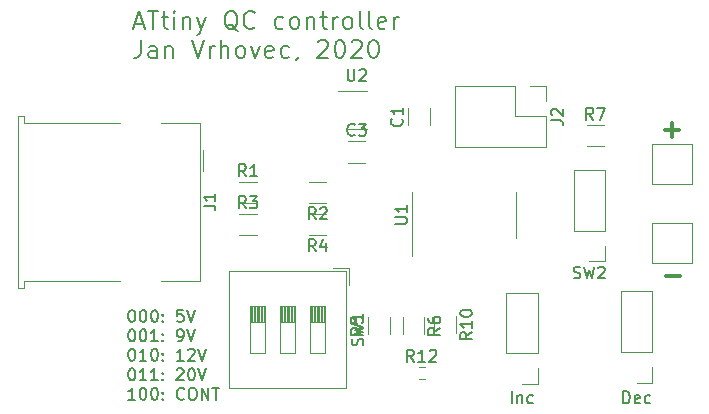
<source format=gbr>
G04 #@! TF.GenerationSoftware,KiCad,Pcbnew,5.1.9*
G04 #@! TF.CreationDate,2020-12-27T16:23:41+01:00*
G04 #@! TF.ProjectId,qc_attiny,71635f61-7474-4696-9e79-2e6b69636164,rev?*
G04 #@! TF.SameCoordinates,Original*
G04 #@! TF.FileFunction,Legend,Top*
G04 #@! TF.FilePolarity,Positive*
%FSLAX46Y46*%
G04 Gerber Fmt 4.6, Leading zero omitted, Abs format (unit mm)*
G04 Created by KiCad (PCBNEW 5.1.9) date 2020-12-27 16:23:41*
%MOMM*%
%LPD*%
G01*
G04 APERTURE LIST*
%ADD10C,0.150000*%
%ADD11C,0.300000*%
%ADD12C,0.200000*%
%ADD13C,0.120000*%
G04 APERTURE END LIST*
D10*
X154980952Y-124552380D02*
X154980952Y-123552380D01*
X155219047Y-123552380D01*
X155361904Y-123600000D01*
X155457142Y-123695238D01*
X155504761Y-123790476D01*
X155552380Y-123980952D01*
X155552380Y-124123809D01*
X155504761Y-124314285D01*
X155457142Y-124409523D01*
X155361904Y-124504761D01*
X155219047Y-124552380D01*
X154980952Y-124552380D01*
X156361904Y-124504761D02*
X156266666Y-124552380D01*
X156076190Y-124552380D01*
X155980952Y-124504761D01*
X155933333Y-124409523D01*
X155933333Y-124028571D01*
X155980952Y-123933333D01*
X156076190Y-123885714D01*
X156266666Y-123885714D01*
X156361904Y-123933333D01*
X156409523Y-124028571D01*
X156409523Y-124123809D01*
X155933333Y-124219047D01*
X157266666Y-124504761D02*
X157171428Y-124552380D01*
X156980952Y-124552380D01*
X156885714Y-124504761D01*
X156838095Y-124457142D01*
X156790476Y-124361904D01*
X156790476Y-124076190D01*
X156838095Y-123980952D01*
X156885714Y-123933333D01*
X156980952Y-123885714D01*
X157171428Y-123885714D01*
X157266666Y-123933333D01*
X145519047Y-124552380D02*
X145519047Y-123552380D01*
X145995238Y-123885714D02*
X145995238Y-124552380D01*
X145995238Y-123980952D02*
X146042857Y-123933333D01*
X146138095Y-123885714D01*
X146280952Y-123885714D01*
X146376190Y-123933333D01*
X146423809Y-124028571D01*
X146423809Y-124552380D01*
X147328571Y-124504761D02*
X147233333Y-124552380D01*
X147042857Y-124552380D01*
X146947619Y-124504761D01*
X146900000Y-124457142D01*
X146852380Y-124361904D01*
X146852380Y-124076190D01*
X146900000Y-123980952D01*
X146947619Y-123933333D01*
X147042857Y-123885714D01*
X147233333Y-123885714D01*
X147328571Y-123933333D01*
D11*
X158628571Y-113807142D02*
X159771428Y-113807142D01*
X158528571Y-101407142D02*
X159671428Y-101407142D01*
X159100000Y-101978571D02*
X159100000Y-100835714D01*
D12*
X113615714Y-92425000D02*
X114330000Y-92425000D01*
X113472857Y-92853571D02*
X113972857Y-91353571D01*
X114472857Y-92853571D01*
X114758571Y-91353571D02*
X115615714Y-91353571D01*
X115187142Y-92853571D02*
X115187142Y-91353571D01*
X115901428Y-91853571D02*
X116472857Y-91853571D01*
X116115714Y-91353571D02*
X116115714Y-92639285D01*
X116187142Y-92782142D01*
X116330000Y-92853571D01*
X116472857Y-92853571D01*
X116972857Y-92853571D02*
X116972857Y-91853571D01*
X116972857Y-91353571D02*
X116901428Y-91425000D01*
X116972857Y-91496428D01*
X117044285Y-91425000D01*
X116972857Y-91353571D01*
X116972857Y-91496428D01*
X117687142Y-91853571D02*
X117687142Y-92853571D01*
X117687142Y-91996428D02*
X117758571Y-91925000D01*
X117901428Y-91853571D01*
X118115714Y-91853571D01*
X118258571Y-91925000D01*
X118330000Y-92067857D01*
X118330000Y-92853571D01*
X118901428Y-91853571D02*
X119258571Y-92853571D01*
X119615714Y-91853571D02*
X119258571Y-92853571D01*
X119115714Y-93210714D01*
X119044285Y-93282142D01*
X118901428Y-93353571D01*
X122330000Y-92996428D02*
X122187142Y-92925000D01*
X122044285Y-92782142D01*
X121830000Y-92567857D01*
X121687142Y-92496428D01*
X121544285Y-92496428D01*
X121615714Y-92853571D02*
X121472857Y-92782142D01*
X121330000Y-92639285D01*
X121258571Y-92353571D01*
X121258571Y-91853571D01*
X121330000Y-91567857D01*
X121472857Y-91425000D01*
X121615714Y-91353571D01*
X121901428Y-91353571D01*
X122044285Y-91425000D01*
X122187142Y-91567857D01*
X122258571Y-91853571D01*
X122258571Y-92353571D01*
X122187142Y-92639285D01*
X122044285Y-92782142D01*
X121901428Y-92853571D01*
X121615714Y-92853571D01*
X123758571Y-92710714D02*
X123687142Y-92782142D01*
X123472857Y-92853571D01*
X123330000Y-92853571D01*
X123115714Y-92782142D01*
X122972857Y-92639285D01*
X122901428Y-92496428D01*
X122830000Y-92210714D01*
X122830000Y-91996428D01*
X122901428Y-91710714D01*
X122972857Y-91567857D01*
X123115714Y-91425000D01*
X123330000Y-91353571D01*
X123472857Y-91353571D01*
X123687142Y-91425000D01*
X123758571Y-91496428D01*
X126187142Y-92782142D02*
X126044285Y-92853571D01*
X125758571Y-92853571D01*
X125615714Y-92782142D01*
X125544285Y-92710714D01*
X125472857Y-92567857D01*
X125472857Y-92139285D01*
X125544285Y-91996428D01*
X125615714Y-91925000D01*
X125758571Y-91853571D01*
X126044285Y-91853571D01*
X126187142Y-91925000D01*
X127044285Y-92853571D02*
X126901428Y-92782142D01*
X126830000Y-92710714D01*
X126758571Y-92567857D01*
X126758571Y-92139285D01*
X126830000Y-91996428D01*
X126901428Y-91925000D01*
X127044285Y-91853571D01*
X127258571Y-91853571D01*
X127401428Y-91925000D01*
X127472857Y-91996428D01*
X127544285Y-92139285D01*
X127544285Y-92567857D01*
X127472857Y-92710714D01*
X127401428Y-92782142D01*
X127258571Y-92853571D01*
X127044285Y-92853571D01*
X128187142Y-91853571D02*
X128187142Y-92853571D01*
X128187142Y-91996428D02*
X128258571Y-91925000D01*
X128401428Y-91853571D01*
X128615714Y-91853571D01*
X128758571Y-91925000D01*
X128830000Y-92067857D01*
X128830000Y-92853571D01*
X129330000Y-91853571D02*
X129901428Y-91853571D01*
X129544285Y-91353571D02*
X129544285Y-92639285D01*
X129615714Y-92782142D01*
X129758571Y-92853571D01*
X129901428Y-92853571D01*
X130401428Y-92853571D02*
X130401428Y-91853571D01*
X130401428Y-92139285D02*
X130472857Y-91996428D01*
X130544285Y-91925000D01*
X130687142Y-91853571D01*
X130830000Y-91853571D01*
X131544285Y-92853571D02*
X131401428Y-92782142D01*
X131330000Y-92710714D01*
X131258571Y-92567857D01*
X131258571Y-92139285D01*
X131330000Y-91996428D01*
X131401428Y-91925000D01*
X131544285Y-91853571D01*
X131758571Y-91853571D01*
X131901428Y-91925000D01*
X131972857Y-91996428D01*
X132044285Y-92139285D01*
X132044285Y-92567857D01*
X131972857Y-92710714D01*
X131901428Y-92782142D01*
X131758571Y-92853571D01*
X131544285Y-92853571D01*
X132901428Y-92853571D02*
X132758571Y-92782142D01*
X132687142Y-92639285D01*
X132687142Y-91353571D01*
X133687142Y-92853571D02*
X133544285Y-92782142D01*
X133472857Y-92639285D01*
X133472857Y-91353571D01*
X134830000Y-92782142D02*
X134687142Y-92853571D01*
X134401428Y-92853571D01*
X134258571Y-92782142D01*
X134187142Y-92639285D01*
X134187142Y-92067857D01*
X134258571Y-91925000D01*
X134401428Y-91853571D01*
X134687142Y-91853571D01*
X134830000Y-91925000D01*
X134901428Y-92067857D01*
X134901428Y-92210714D01*
X134187142Y-92353571D01*
X135544285Y-92853571D02*
X135544285Y-91853571D01*
X135544285Y-92139285D02*
X135615714Y-91996428D01*
X135687142Y-91925000D01*
X135830000Y-91853571D01*
X135972857Y-91853571D01*
X114115714Y-93803571D02*
X114115714Y-94875000D01*
X114044285Y-95089285D01*
X113901428Y-95232142D01*
X113687142Y-95303571D01*
X113544285Y-95303571D01*
X115472857Y-95303571D02*
X115472857Y-94517857D01*
X115401428Y-94375000D01*
X115258571Y-94303571D01*
X114972857Y-94303571D01*
X114830000Y-94375000D01*
X115472857Y-95232142D02*
X115330000Y-95303571D01*
X114972857Y-95303571D01*
X114830000Y-95232142D01*
X114758571Y-95089285D01*
X114758571Y-94946428D01*
X114830000Y-94803571D01*
X114972857Y-94732142D01*
X115330000Y-94732142D01*
X115472857Y-94660714D01*
X116187142Y-94303571D02*
X116187142Y-95303571D01*
X116187142Y-94446428D02*
X116258571Y-94375000D01*
X116401428Y-94303571D01*
X116615714Y-94303571D01*
X116758571Y-94375000D01*
X116830000Y-94517857D01*
X116830000Y-95303571D01*
X118472857Y-93803571D02*
X118972857Y-95303571D01*
X119472857Y-93803571D01*
X119972857Y-95303571D02*
X119972857Y-94303571D01*
X119972857Y-94589285D02*
X120044285Y-94446428D01*
X120115714Y-94375000D01*
X120258571Y-94303571D01*
X120401428Y-94303571D01*
X120901428Y-95303571D02*
X120901428Y-93803571D01*
X121544285Y-95303571D02*
X121544285Y-94517857D01*
X121472857Y-94375000D01*
X121330000Y-94303571D01*
X121115714Y-94303571D01*
X120972857Y-94375000D01*
X120901428Y-94446428D01*
X122472857Y-95303571D02*
X122330000Y-95232142D01*
X122258571Y-95160714D01*
X122187142Y-95017857D01*
X122187142Y-94589285D01*
X122258571Y-94446428D01*
X122330000Y-94375000D01*
X122472857Y-94303571D01*
X122687142Y-94303571D01*
X122830000Y-94375000D01*
X122901428Y-94446428D01*
X122972857Y-94589285D01*
X122972857Y-95017857D01*
X122901428Y-95160714D01*
X122830000Y-95232142D01*
X122687142Y-95303571D01*
X122472857Y-95303571D01*
X123472857Y-94303571D02*
X123830000Y-95303571D01*
X124187142Y-94303571D01*
X125330000Y-95232142D02*
X125187142Y-95303571D01*
X124901428Y-95303571D01*
X124758571Y-95232142D01*
X124687142Y-95089285D01*
X124687142Y-94517857D01*
X124758571Y-94375000D01*
X124901428Y-94303571D01*
X125187142Y-94303571D01*
X125330000Y-94375000D01*
X125401428Y-94517857D01*
X125401428Y-94660714D01*
X124687142Y-94803571D01*
X126687142Y-95232142D02*
X126544285Y-95303571D01*
X126258571Y-95303571D01*
X126115714Y-95232142D01*
X126044285Y-95160714D01*
X125972857Y-95017857D01*
X125972857Y-94589285D01*
X126044285Y-94446428D01*
X126115714Y-94375000D01*
X126258571Y-94303571D01*
X126544285Y-94303571D01*
X126687142Y-94375000D01*
X127401428Y-95232142D02*
X127401428Y-95303571D01*
X127330000Y-95446428D01*
X127258571Y-95517857D01*
X129115714Y-93946428D02*
X129187142Y-93875000D01*
X129330000Y-93803571D01*
X129687142Y-93803571D01*
X129830000Y-93875000D01*
X129901428Y-93946428D01*
X129972857Y-94089285D01*
X129972857Y-94232142D01*
X129901428Y-94446428D01*
X129044285Y-95303571D01*
X129972857Y-95303571D01*
X130901428Y-93803571D02*
X131044285Y-93803571D01*
X131187142Y-93875000D01*
X131258571Y-93946428D01*
X131330000Y-94089285D01*
X131401428Y-94375000D01*
X131401428Y-94732142D01*
X131330000Y-95017857D01*
X131258571Y-95160714D01*
X131187142Y-95232142D01*
X131044285Y-95303571D01*
X130901428Y-95303571D01*
X130758571Y-95232142D01*
X130687142Y-95160714D01*
X130615714Y-95017857D01*
X130544285Y-94732142D01*
X130544285Y-94375000D01*
X130615714Y-94089285D01*
X130687142Y-93946428D01*
X130758571Y-93875000D01*
X130901428Y-93803571D01*
X131972857Y-93946428D02*
X132044285Y-93875000D01*
X132187142Y-93803571D01*
X132544285Y-93803571D01*
X132687142Y-93875000D01*
X132758571Y-93946428D01*
X132830000Y-94089285D01*
X132830000Y-94232142D01*
X132758571Y-94446428D01*
X131901428Y-95303571D01*
X132830000Y-95303571D01*
X133758571Y-93803571D02*
X133901428Y-93803571D01*
X134044285Y-93875000D01*
X134115714Y-93946428D01*
X134187142Y-94089285D01*
X134258571Y-94375000D01*
X134258571Y-94732142D01*
X134187142Y-95017857D01*
X134115714Y-95160714D01*
X134044285Y-95232142D01*
X133901428Y-95303571D01*
X133758571Y-95303571D01*
X133615714Y-95232142D01*
X133544285Y-95160714D01*
X133472857Y-95017857D01*
X133401428Y-94732142D01*
X133401428Y-94375000D01*
X133472857Y-94089285D01*
X133544285Y-93946428D01*
X133615714Y-93875000D01*
X133758571Y-93803571D01*
D10*
X113326071Y-116652380D02*
X113421309Y-116652380D01*
X113516547Y-116700000D01*
X113564166Y-116747619D01*
X113611785Y-116842857D01*
X113659404Y-117033333D01*
X113659404Y-117271428D01*
X113611785Y-117461904D01*
X113564166Y-117557142D01*
X113516547Y-117604761D01*
X113421309Y-117652380D01*
X113326071Y-117652380D01*
X113230833Y-117604761D01*
X113183214Y-117557142D01*
X113135595Y-117461904D01*
X113087976Y-117271428D01*
X113087976Y-117033333D01*
X113135595Y-116842857D01*
X113183214Y-116747619D01*
X113230833Y-116700000D01*
X113326071Y-116652380D01*
X114278452Y-116652380D02*
X114373690Y-116652380D01*
X114468928Y-116700000D01*
X114516547Y-116747619D01*
X114564166Y-116842857D01*
X114611785Y-117033333D01*
X114611785Y-117271428D01*
X114564166Y-117461904D01*
X114516547Y-117557142D01*
X114468928Y-117604761D01*
X114373690Y-117652380D01*
X114278452Y-117652380D01*
X114183214Y-117604761D01*
X114135595Y-117557142D01*
X114087976Y-117461904D01*
X114040357Y-117271428D01*
X114040357Y-117033333D01*
X114087976Y-116842857D01*
X114135595Y-116747619D01*
X114183214Y-116700000D01*
X114278452Y-116652380D01*
X115230833Y-116652380D02*
X115326071Y-116652380D01*
X115421309Y-116700000D01*
X115468928Y-116747619D01*
X115516547Y-116842857D01*
X115564166Y-117033333D01*
X115564166Y-117271428D01*
X115516547Y-117461904D01*
X115468928Y-117557142D01*
X115421309Y-117604761D01*
X115326071Y-117652380D01*
X115230833Y-117652380D01*
X115135595Y-117604761D01*
X115087976Y-117557142D01*
X115040357Y-117461904D01*
X114992738Y-117271428D01*
X114992738Y-117033333D01*
X115040357Y-116842857D01*
X115087976Y-116747619D01*
X115135595Y-116700000D01*
X115230833Y-116652380D01*
X115992738Y-117557142D02*
X116040357Y-117604761D01*
X115992738Y-117652380D01*
X115945119Y-117604761D01*
X115992738Y-117557142D01*
X115992738Y-117652380D01*
X115992738Y-117033333D02*
X116040357Y-117080952D01*
X115992738Y-117128571D01*
X115945119Y-117080952D01*
X115992738Y-117033333D01*
X115992738Y-117128571D01*
X117707023Y-116652380D02*
X117230833Y-116652380D01*
X117183214Y-117128571D01*
X117230833Y-117080952D01*
X117326071Y-117033333D01*
X117564166Y-117033333D01*
X117659404Y-117080952D01*
X117707023Y-117128571D01*
X117754642Y-117223809D01*
X117754642Y-117461904D01*
X117707023Y-117557142D01*
X117659404Y-117604761D01*
X117564166Y-117652380D01*
X117326071Y-117652380D01*
X117230833Y-117604761D01*
X117183214Y-117557142D01*
X118040357Y-116652380D02*
X118373690Y-117652380D01*
X118707023Y-116652380D01*
X113326071Y-118302380D02*
X113421309Y-118302380D01*
X113516547Y-118350000D01*
X113564166Y-118397619D01*
X113611785Y-118492857D01*
X113659404Y-118683333D01*
X113659404Y-118921428D01*
X113611785Y-119111904D01*
X113564166Y-119207142D01*
X113516547Y-119254761D01*
X113421309Y-119302380D01*
X113326071Y-119302380D01*
X113230833Y-119254761D01*
X113183214Y-119207142D01*
X113135595Y-119111904D01*
X113087976Y-118921428D01*
X113087976Y-118683333D01*
X113135595Y-118492857D01*
X113183214Y-118397619D01*
X113230833Y-118350000D01*
X113326071Y-118302380D01*
X114278452Y-118302380D02*
X114373690Y-118302380D01*
X114468928Y-118350000D01*
X114516547Y-118397619D01*
X114564166Y-118492857D01*
X114611785Y-118683333D01*
X114611785Y-118921428D01*
X114564166Y-119111904D01*
X114516547Y-119207142D01*
X114468928Y-119254761D01*
X114373690Y-119302380D01*
X114278452Y-119302380D01*
X114183214Y-119254761D01*
X114135595Y-119207142D01*
X114087976Y-119111904D01*
X114040357Y-118921428D01*
X114040357Y-118683333D01*
X114087976Y-118492857D01*
X114135595Y-118397619D01*
X114183214Y-118350000D01*
X114278452Y-118302380D01*
X115564166Y-119302380D02*
X114992738Y-119302380D01*
X115278452Y-119302380D02*
X115278452Y-118302380D01*
X115183214Y-118445238D01*
X115087976Y-118540476D01*
X114992738Y-118588095D01*
X115992738Y-119207142D02*
X116040357Y-119254761D01*
X115992738Y-119302380D01*
X115945119Y-119254761D01*
X115992738Y-119207142D01*
X115992738Y-119302380D01*
X115992738Y-118683333D02*
X116040357Y-118730952D01*
X115992738Y-118778571D01*
X115945119Y-118730952D01*
X115992738Y-118683333D01*
X115992738Y-118778571D01*
X117278452Y-119302380D02*
X117468928Y-119302380D01*
X117564166Y-119254761D01*
X117611785Y-119207142D01*
X117707023Y-119064285D01*
X117754642Y-118873809D01*
X117754642Y-118492857D01*
X117707023Y-118397619D01*
X117659404Y-118350000D01*
X117564166Y-118302380D01*
X117373690Y-118302380D01*
X117278452Y-118350000D01*
X117230833Y-118397619D01*
X117183214Y-118492857D01*
X117183214Y-118730952D01*
X117230833Y-118826190D01*
X117278452Y-118873809D01*
X117373690Y-118921428D01*
X117564166Y-118921428D01*
X117659404Y-118873809D01*
X117707023Y-118826190D01*
X117754642Y-118730952D01*
X118040357Y-118302380D02*
X118373690Y-119302380D01*
X118707023Y-118302380D01*
X113326071Y-119952380D02*
X113421309Y-119952380D01*
X113516547Y-120000000D01*
X113564166Y-120047619D01*
X113611785Y-120142857D01*
X113659404Y-120333333D01*
X113659404Y-120571428D01*
X113611785Y-120761904D01*
X113564166Y-120857142D01*
X113516547Y-120904761D01*
X113421309Y-120952380D01*
X113326071Y-120952380D01*
X113230833Y-120904761D01*
X113183214Y-120857142D01*
X113135595Y-120761904D01*
X113087976Y-120571428D01*
X113087976Y-120333333D01*
X113135595Y-120142857D01*
X113183214Y-120047619D01*
X113230833Y-120000000D01*
X113326071Y-119952380D01*
X114611785Y-120952380D02*
X114040357Y-120952380D01*
X114326071Y-120952380D02*
X114326071Y-119952380D01*
X114230833Y-120095238D01*
X114135595Y-120190476D01*
X114040357Y-120238095D01*
X115230833Y-119952380D02*
X115326071Y-119952380D01*
X115421309Y-120000000D01*
X115468928Y-120047619D01*
X115516547Y-120142857D01*
X115564166Y-120333333D01*
X115564166Y-120571428D01*
X115516547Y-120761904D01*
X115468928Y-120857142D01*
X115421309Y-120904761D01*
X115326071Y-120952380D01*
X115230833Y-120952380D01*
X115135595Y-120904761D01*
X115087976Y-120857142D01*
X115040357Y-120761904D01*
X114992738Y-120571428D01*
X114992738Y-120333333D01*
X115040357Y-120142857D01*
X115087976Y-120047619D01*
X115135595Y-120000000D01*
X115230833Y-119952380D01*
X115992738Y-120857142D02*
X116040357Y-120904761D01*
X115992738Y-120952380D01*
X115945119Y-120904761D01*
X115992738Y-120857142D01*
X115992738Y-120952380D01*
X115992738Y-120333333D02*
X116040357Y-120380952D01*
X115992738Y-120428571D01*
X115945119Y-120380952D01*
X115992738Y-120333333D01*
X115992738Y-120428571D01*
X117754642Y-120952380D02*
X117183214Y-120952380D01*
X117468928Y-120952380D02*
X117468928Y-119952380D01*
X117373690Y-120095238D01*
X117278452Y-120190476D01*
X117183214Y-120238095D01*
X118135595Y-120047619D02*
X118183214Y-120000000D01*
X118278452Y-119952380D01*
X118516547Y-119952380D01*
X118611785Y-120000000D01*
X118659404Y-120047619D01*
X118707023Y-120142857D01*
X118707023Y-120238095D01*
X118659404Y-120380952D01*
X118087976Y-120952380D01*
X118707023Y-120952380D01*
X118992738Y-119952380D02*
X119326071Y-120952380D01*
X119659404Y-119952380D01*
X113326071Y-121602380D02*
X113421309Y-121602380D01*
X113516547Y-121650000D01*
X113564166Y-121697619D01*
X113611785Y-121792857D01*
X113659404Y-121983333D01*
X113659404Y-122221428D01*
X113611785Y-122411904D01*
X113564166Y-122507142D01*
X113516547Y-122554761D01*
X113421309Y-122602380D01*
X113326071Y-122602380D01*
X113230833Y-122554761D01*
X113183214Y-122507142D01*
X113135595Y-122411904D01*
X113087976Y-122221428D01*
X113087976Y-121983333D01*
X113135595Y-121792857D01*
X113183214Y-121697619D01*
X113230833Y-121650000D01*
X113326071Y-121602380D01*
X114611785Y-122602380D02*
X114040357Y-122602380D01*
X114326071Y-122602380D02*
X114326071Y-121602380D01*
X114230833Y-121745238D01*
X114135595Y-121840476D01*
X114040357Y-121888095D01*
X115564166Y-122602380D02*
X114992738Y-122602380D01*
X115278452Y-122602380D02*
X115278452Y-121602380D01*
X115183214Y-121745238D01*
X115087976Y-121840476D01*
X114992738Y-121888095D01*
X115992738Y-122507142D02*
X116040357Y-122554761D01*
X115992738Y-122602380D01*
X115945119Y-122554761D01*
X115992738Y-122507142D01*
X115992738Y-122602380D01*
X115992738Y-121983333D02*
X116040357Y-122030952D01*
X115992738Y-122078571D01*
X115945119Y-122030952D01*
X115992738Y-121983333D01*
X115992738Y-122078571D01*
X117183214Y-121697619D02*
X117230833Y-121650000D01*
X117326071Y-121602380D01*
X117564166Y-121602380D01*
X117659404Y-121650000D01*
X117707023Y-121697619D01*
X117754642Y-121792857D01*
X117754642Y-121888095D01*
X117707023Y-122030952D01*
X117135595Y-122602380D01*
X117754642Y-122602380D01*
X118373690Y-121602380D02*
X118468928Y-121602380D01*
X118564166Y-121650000D01*
X118611785Y-121697619D01*
X118659404Y-121792857D01*
X118707023Y-121983333D01*
X118707023Y-122221428D01*
X118659404Y-122411904D01*
X118611785Y-122507142D01*
X118564166Y-122554761D01*
X118468928Y-122602380D01*
X118373690Y-122602380D01*
X118278452Y-122554761D01*
X118230833Y-122507142D01*
X118183214Y-122411904D01*
X118135595Y-122221428D01*
X118135595Y-121983333D01*
X118183214Y-121792857D01*
X118230833Y-121697619D01*
X118278452Y-121650000D01*
X118373690Y-121602380D01*
X118992738Y-121602380D02*
X119326071Y-122602380D01*
X119659404Y-121602380D01*
X113659404Y-124252380D02*
X113087976Y-124252380D01*
X113373690Y-124252380D02*
X113373690Y-123252380D01*
X113278452Y-123395238D01*
X113183214Y-123490476D01*
X113087976Y-123538095D01*
X114278452Y-123252380D02*
X114373690Y-123252380D01*
X114468928Y-123300000D01*
X114516547Y-123347619D01*
X114564166Y-123442857D01*
X114611785Y-123633333D01*
X114611785Y-123871428D01*
X114564166Y-124061904D01*
X114516547Y-124157142D01*
X114468928Y-124204761D01*
X114373690Y-124252380D01*
X114278452Y-124252380D01*
X114183214Y-124204761D01*
X114135595Y-124157142D01*
X114087976Y-124061904D01*
X114040357Y-123871428D01*
X114040357Y-123633333D01*
X114087976Y-123442857D01*
X114135595Y-123347619D01*
X114183214Y-123300000D01*
X114278452Y-123252380D01*
X115230833Y-123252380D02*
X115326071Y-123252380D01*
X115421309Y-123300000D01*
X115468928Y-123347619D01*
X115516547Y-123442857D01*
X115564166Y-123633333D01*
X115564166Y-123871428D01*
X115516547Y-124061904D01*
X115468928Y-124157142D01*
X115421309Y-124204761D01*
X115326071Y-124252380D01*
X115230833Y-124252380D01*
X115135595Y-124204761D01*
X115087976Y-124157142D01*
X115040357Y-124061904D01*
X114992738Y-123871428D01*
X114992738Y-123633333D01*
X115040357Y-123442857D01*
X115087976Y-123347619D01*
X115135595Y-123300000D01*
X115230833Y-123252380D01*
X115992738Y-124157142D02*
X116040357Y-124204761D01*
X115992738Y-124252380D01*
X115945119Y-124204761D01*
X115992738Y-124157142D01*
X115992738Y-124252380D01*
X115992738Y-123633333D02*
X116040357Y-123680952D01*
X115992738Y-123728571D01*
X115945119Y-123680952D01*
X115992738Y-123633333D01*
X115992738Y-123728571D01*
X117802261Y-124157142D02*
X117754642Y-124204761D01*
X117611785Y-124252380D01*
X117516547Y-124252380D01*
X117373690Y-124204761D01*
X117278452Y-124109523D01*
X117230833Y-124014285D01*
X117183214Y-123823809D01*
X117183214Y-123680952D01*
X117230833Y-123490476D01*
X117278452Y-123395238D01*
X117373690Y-123300000D01*
X117516547Y-123252380D01*
X117611785Y-123252380D01*
X117754642Y-123300000D01*
X117802261Y-123347619D01*
X118421309Y-123252380D02*
X118611785Y-123252380D01*
X118707023Y-123300000D01*
X118802261Y-123395238D01*
X118849880Y-123585714D01*
X118849880Y-123919047D01*
X118802261Y-124109523D01*
X118707023Y-124204761D01*
X118611785Y-124252380D01*
X118421309Y-124252380D01*
X118326071Y-124204761D01*
X118230833Y-124109523D01*
X118183214Y-123919047D01*
X118183214Y-123585714D01*
X118230833Y-123395238D01*
X118326071Y-123300000D01*
X118421309Y-123252380D01*
X119278452Y-124252380D02*
X119278452Y-123252380D01*
X119849880Y-124252380D01*
X119849880Y-123252380D01*
X120183214Y-123252380D02*
X120754642Y-123252380D01*
X120468928Y-124252380D02*
X120468928Y-123252380D01*
D13*
X137065000Y-108600000D02*
X137065000Y-112050000D01*
X137065000Y-108600000D02*
X137065000Y-106650000D01*
X145935000Y-108600000D02*
X145935000Y-110550000D01*
X145935000Y-108600000D02*
X145935000Y-106650000D01*
X157400000Y-109300000D02*
X160800000Y-109300000D01*
X160800000Y-109300000D02*
X160800000Y-112700000D01*
X160800000Y-112700000D02*
X157400000Y-112700000D01*
X157400000Y-112700000D02*
X157400000Y-109300000D01*
X157400000Y-102600000D02*
X160800000Y-102600000D01*
X160800000Y-102600000D02*
X160800000Y-106000000D01*
X160800000Y-106000000D02*
X157400000Y-106000000D01*
X157400000Y-106000000D02*
X157400000Y-102600000D01*
X138110000Y-117272936D02*
X138110000Y-118727064D01*
X136290000Y-117272936D02*
X136290000Y-118727064D01*
X137645276Y-121477500D02*
X138154724Y-121477500D01*
X137645276Y-122522500D02*
X138154724Y-122522500D01*
X140690000Y-97670000D02*
X140690000Y-102870000D01*
X145830000Y-97670000D02*
X140690000Y-97670000D01*
X148430000Y-102870000D02*
X140690000Y-102870000D01*
X145830000Y-97670000D02*
X145830000Y-100270000D01*
X145830000Y-100270000D02*
X148430000Y-100270000D01*
X148430000Y-100270000D02*
X148430000Y-102870000D01*
X147100000Y-97670000D02*
X148430000Y-97670000D01*
X148430000Y-97670000D02*
X148430000Y-99000000D01*
X147730000Y-122930000D02*
X146400000Y-122930000D01*
X147730000Y-121600000D02*
X147730000Y-122930000D01*
X147730000Y-120330000D02*
X145070000Y-120330000D01*
X145070000Y-120330000D02*
X145070000Y-115190000D01*
X147730000Y-120330000D02*
X147730000Y-115190000D01*
X147730000Y-115190000D02*
X145070000Y-115190000D01*
X157430000Y-122830000D02*
X156100000Y-122830000D01*
X157430000Y-121500000D02*
X157430000Y-122830000D01*
X157430000Y-120230000D02*
X154770000Y-120230000D01*
X154770000Y-120230000D02*
X154770000Y-115090000D01*
X157430000Y-120230000D02*
X157430000Y-115090000D01*
X157430000Y-115090000D02*
X154770000Y-115090000D01*
X153430000Y-112530000D02*
X152100000Y-112530000D01*
X153430000Y-111200000D02*
X153430000Y-112530000D01*
X153430000Y-109930000D02*
X150770000Y-109930000D01*
X150770000Y-109930000D02*
X150770000Y-104790000D01*
X153430000Y-109930000D02*
X153430000Y-104790000D01*
X153430000Y-104790000D02*
X150770000Y-104790000D01*
X131500000Y-101310000D02*
X133300000Y-101310000D01*
X133300000Y-98090000D02*
X130850000Y-98090000D01*
X131520000Y-113360000D02*
X131520000Y-123260000D01*
X121600000Y-113360000D02*
X121600000Y-123260000D01*
X131520000Y-113360000D02*
X121600000Y-113360000D01*
X131520000Y-123260000D02*
X121600000Y-123260000D01*
X131760000Y-113120000D02*
X131760000Y-114504000D01*
X131760000Y-113120000D02*
X130377000Y-113120000D01*
X129735000Y-116280000D02*
X128465000Y-116280000D01*
X128465000Y-116280000D02*
X128465000Y-120340000D01*
X128465000Y-120340000D02*
X129735000Y-120340000D01*
X129735000Y-120340000D02*
X129735000Y-116280000D01*
X129615000Y-116280000D02*
X129615000Y-117633333D01*
X129495000Y-116280000D02*
X129495000Y-117633333D01*
X129375000Y-116280000D02*
X129375000Y-117633333D01*
X129255000Y-116280000D02*
X129255000Y-117633333D01*
X129135000Y-116280000D02*
X129135000Y-117633333D01*
X129015000Y-116280000D02*
X129015000Y-117633333D01*
X128895000Y-116280000D02*
X128895000Y-117633333D01*
X128775000Y-116280000D02*
X128775000Y-117633333D01*
X128655000Y-116280000D02*
X128655000Y-117633333D01*
X128535000Y-116280000D02*
X128535000Y-117633333D01*
X129735000Y-117633333D02*
X128465000Y-117633333D01*
X127195000Y-116280000D02*
X125925000Y-116280000D01*
X125925000Y-116280000D02*
X125925000Y-120340000D01*
X125925000Y-120340000D02*
X127195000Y-120340000D01*
X127195000Y-120340000D02*
X127195000Y-116280000D01*
X127075000Y-116280000D02*
X127075000Y-117633333D01*
X126955000Y-116280000D02*
X126955000Y-117633333D01*
X126835000Y-116280000D02*
X126835000Y-117633333D01*
X126715000Y-116280000D02*
X126715000Y-117633333D01*
X126595000Y-116280000D02*
X126595000Y-117633333D01*
X126475000Y-116280000D02*
X126475000Y-117633333D01*
X126355000Y-116280000D02*
X126355000Y-117633333D01*
X126235000Y-116280000D02*
X126235000Y-117633333D01*
X126115000Y-116280000D02*
X126115000Y-117633333D01*
X125995000Y-116280000D02*
X125995000Y-117633333D01*
X127195000Y-117633333D02*
X125925000Y-117633333D01*
X124655000Y-116280000D02*
X123385000Y-116280000D01*
X123385000Y-116280000D02*
X123385000Y-120340000D01*
X123385000Y-120340000D02*
X124655000Y-120340000D01*
X124655000Y-120340000D02*
X124655000Y-116280000D01*
X124535000Y-116280000D02*
X124535000Y-117633333D01*
X124415000Y-116280000D02*
X124415000Y-117633333D01*
X124295000Y-116280000D02*
X124295000Y-117633333D01*
X124175000Y-116280000D02*
X124175000Y-117633333D01*
X124055000Y-116280000D02*
X124055000Y-117633333D01*
X123935000Y-116280000D02*
X123935000Y-117633333D01*
X123815000Y-116280000D02*
X123815000Y-117633333D01*
X123695000Y-116280000D02*
X123695000Y-117633333D01*
X123575000Y-116280000D02*
X123575000Y-117633333D01*
X123455000Y-116280000D02*
X123455000Y-117633333D01*
X124655000Y-117633333D02*
X123385000Y-117633333D01*
X140810000Y-117172936D02*
X140810000Y-118627064D01*
X138990000Y-117172936D02*
X138990000Y-118627064D01*
X151872936Y-100990000D02*
X153327064Y-100990000D01*
X151872936Y-102810000D02*
X153327064Y-102810000D01*
X133390000Y-118727064D02*
X133390000Y-117272936D01*
X135210000Y-118727064D02*
X135210000Y-117272936D01*
X129827064Y-110310000D02*
X128372936Y-110310000D01*
X129827064Y-108490000D02*
X128372936Y-108490000D01*
X122472936Y-108490000D02*
X123927064Y-108490000D01*
X122472936Y-110310000D02*
X123927064Y-110310000D01*
X129827064Y-107610000D02*
X128372936Y-107610000D01*
X129827064Y-105790000D02*
X128372936Y-105790000D01*
X122472936Y-105790000D02*
X123927064Y-105790000D01*
X122472936Y-107610000D02*
X123927064Y-107610000D01*
X104220000Y-100840000D02*
X112330000Y-100840000D01*
X104220000Y-100840000D02*
X104220000Y-100190000D01*
X119180000Y-100840000D02*
X119180000Y-114160000D01*
X119180000Y-100840000D02*
X115850000Y-100840000D01*
X119180000Y-114160000D02*
X115850000Y-114160000D01*
X103700000Y-114810000D02*
X104220000Y-114810000D01*
X103700000Y-100190000D02*
X103700000Y-114810000D01*
X112330000Y-114160000D02*
X104220000Y-114160000D01*
X104220000Y-100190000D02*
X103700000Y-100190000D01*
X104220000Y-114810000D02*
X104220000Y-114160000D01*
X119400000Y-103100000D02*
X119400000Y-104900000D01*
X131688748Y-102390000D02*
X133111252Y-102390000D01*
X131688748Y-104210000D02*
X133111252Y-104210000D01*
X136790000Y-101011252D02*
X136790000Y-99588748D01*
X138610000Y-101011252D02*
X138610000Y-99588748D01*
D10*
X135672380Y-109361904D02*
X136481904Y-109361904D01*
X136577142Y-109314285D01*
X136624761Y-109266666D01*
X136672380Y-109171428D01*
X136672380Y-108980952D01*
X136624761Y-108885714D01*
X136577142Y-108838095D01*
X136481904Y-108790476D01*
X135672380Y-108790476D01*
X136672380Y-107790476D02*
X136672380Y-108361904D01*
X136672380Y-108076190D02*
X135672380Y-108076190D01*
X135815238Y-108171428D01*
X135910476Y-108266666D01*
X135958095Y-108361904D01*
X139472380Y-118166666D02*
X138996190Y-118500000D01*
X139472380Y-118738095D02*
X138472380Y-118738095D01*
X138472380Y-118357142D01*
X138520000Y-118261904D01*
X138567619Y-118214285D01*
X138662857Y-118166666D01*
X138805714Y-118166666D01*
X138900952Y-118214285D01*
X138948571Y-118261904D01*
X138996190Y-118357142D01*
X138996190Y-118738095D01*
X138472380Y-117309523D02*
X138472380Y-117500000D01*
X138520000Y-117595238D01*
X138567619Y-117642857D01*
X138710476Y-117738095D01*
X138900952Y-117785714D01*
X139281904Y-117785714D01*
X139377142Y-117738095D01*
X139424761Y-117690476D01*
X139472380Y-117595238D01*
X139472380Y-117404761D01*
X139424761Y-117309523D01*
X139377142Y-117261904D01*
X139281904Y-117214285D01*
X139043809Y-117214285D01*
X138948571Y-117261904D01*
X138900952Y-117309523D01*
X138853333Y-117404761D01*
X138853333Y-117595238D01*
X138900952Y-117690476D01*
X138948571Y-117738095D01*
X139043809Y-117785714D01*
X137257142Y-121022380D02*
X136923809Y-120546190D01*
X136685714Y-121022380D02*
X136685714Y-120022380D01*
X137066666Y-120022380D01*
X137161904Y-120070000D01*
X137209523Y-120117619D01*
X137257142Y-120212857D01*
X137257142Y-120355714D01*
X137209523Y-120450952D01*
X137161904Y-120498571D01*
X137066666Y-120546190D01*
X136685714Y-120546190D01*
X138209523Y-121022380D02*
X137638095Y-121022380D01*
X137923809Y-121022380D02*
X137923809Y-120022380D01*
X137828571Y-120165238D01*
X137733333Y-120260476D01*
X137638095Y-120308095D01*
X138590476Y-120117619D02*
X138638095Y-120070000D01*
X138733333Y-120022380D01*
X138971428Y-120022380D01*
X139066666Y-120070000D01*
X139114285Y-120117619D01*
X139161904Y-120212857D01*
X139161904Y-120308095D01*
X139114285Y-120450952D01*
X138542857Y-121022380D01*
X139161904Y-121022380D01*
X148882380Y-100603333D02*
X149596666Y-100603333D01*
X149739523Y-100650952D01*
X149834761Y-100746190D01*
X149882380Y-100889047D01*
X149882380Y-100984285D01*
X148977619Y-100174761D02*
X148930000Y-100127142D01*
X148882380Y-100031904D01*
X148882380Y-99793809D01*
X148930000Y-99698571D01*
X148977619Y-99650952D01*
X149072857Y-99603333D01*
X149168095Y-99603333D01*
X149310952Y-99650952D01*
X149882380Y-100222380D01*
X149882380Y-99603333D01*
X150766666Y-113934761D02*
X150909523Y-113982380D01*
X151147619Y-113982380D01*
X151242857Y-113934761D01*
X151290476Y-113887142D01*
X151338095Y-113791904D01*
X151338095Y-113696666D01*
X151290476Y-113601428D01*
X151242857Y-113553809D01*
X151147619Y-113506190D01*
X150957142Y-113458571D01*
X150861904Y-113410952D01*
X150814285Y-113363333D01*
X150766666Y-113268095D01*
X150766666Y-113172857D01*
X150814285Y-113077619D01*
X150861904Y-113030000D01*
X150957142Y-112982380D01*
X151195238Y-112982380D01*
X151338095Y-113030000D01*
X151671428Y-112982380D02*
X151909523Y-113982380D01*
X152100000Y-113268095D01*
X152290476Y-113982380D01*
X152528571Y-112982380D01*
X152861904Y-113077619D02*
X152909523Y-113030000D01*
X153004761Y-112982380D01*
X153242857Y-112982380D01*
X153338095Y-113030000D01*
X153385714Y-113077619D01*
X153433333Y-113172857D01*
X153433333Y-113268095D01*
X153385714Y-113410952D01*
X152814285Y-113982380D01*
X153433333Y-113982380D01*
X131638095Y-96252380D02*
X131638095Y-97061904D01*
X131685714Y-97157142D01*
X131733333Y-97204761D01*
X131828571Y-97252380D01*
X132019047Y-97252380D01*
X132114285Y-97204761D01*
X132161904Y-97157142D01*
X132209523Y-97061904D01*
X132209523Y-96252380D01*
X132638095Y-96347619D02*
X132685714Y-96300000D01*
X132780952Y-96252380D01*
X133019047Y-96252380D01*
X133114285Y-96300000D01*
X133161904Y-96347619D01*
X133209523Y-96442857D01*
X133209523Y-96538095D01*
X133161904Y-96680952D01*
X132590476Y-97252380D01*
X133209523Y-97252380D01*
X132924761Y-119643333D02*
X132972380Y-119500476D01*
X132972380Y-119262380D01*
X132924761Y-119167142D01*
X132877142Y-119119523D01*
X132781904Y-119071904D01*
X132686666Y-119071904D01*
X132591428Y-119119523D01*
X132543809Y-119167142D01*
X132496190Y-119262380D01*
X132448571Y-119452857D01*
X132400952Y-119548095D01*
X132353333Y-119595714D01*
X132258095Y-119643333D01*
X132162857Y-119643333D01*
X132067619Y-119595714D01*
X132020000Y-119548095D01*
X131972380Y-119452857D01*
X131972380Y-119214761D01*
X132020000Y-119071904D01*
X131972380Y-118738571D02*
X132972380Y-118500476D01*
X132258095Y-118310000D01*
X132972380Y-118119523D01*
X131972380Y-117881428D01*
X132972380Y-116976666D02*
X132972380Y-117548095D01*
X132972380Y-117262380D02*
X131972380Y-117262380D01*
X132115238Y-117357619D01*
X132210476Y-117452857D01*
X132258095Y-117548095D01*
X142172380Y-118542857D02*
X141696190Y-118876190D01*
X142172380Y-119114285D02*
X141172380Y-119114285D01*
X141172380Y-118733333D01*
X141220000Y-118638095D01*
X141267619Y-118590476D01*
X141362857Y-118542857D01*
X141505714Y-118542857D01*
X141600952Y-118590476D01*
X141648571Y-118638095D01*
X141696190Y-118733333D01*
X141696190Y-119114285D01*
X142172380Y-117590476D02*
X142172380Y-118161904D01*
X142172380Y-117876190D02*
X141172380Y-117876190D01*
X141315238Y-117971428D01*
X141410476Y-118066666D01*
X141458095Y-118161904D01*
X141172380Y-116971428D02*
X141172380Y-116876190D01*
X141220000Y-116780952D01*
X141267619Y-116733333D01*
X141362857Y-116685714D01*
X141553333Y-116638095D01*
X141791428Y-116638095D01*
X141981904Y-116685714D01*
X142077142Y-116733333D01*
X142124761Y-116780952D01*
X142172380Y-116876190D01*
X142172380Y-116971428D01*
X142124761Y-117066666D01*
X142077142Y-117114285D01*
X141981904Y-117161904D01*
X141791428Y-117209523D01*
X141553333Y-117209523D01*
X141362857Y-117161904D01*
X141267619Y-117114285D01*
X141220000Y-117066666D01*
X141172380Y-116971428D01*
X152433333Y-100532380D02*
X152100000Y-100056190D01*
X151861904Y-100532380D02*
X151861904Y-99532380D01*
X152242857Y-99532380D01*
X152338095Y-99580000D01*
X152385714Y-99627619D01*
X152433333Y-99722857D01*
X152433333Y-99865714D01*
X152385714Y-99960952D01*
X152338095Y-100008571D01*
X152242857Y-100056190D01*
X151861904Y-100056190D01*
X152766666Y-99532380D02*
X153433333Y-99532380D01*
X153004761Y-100532380D01*
X132932380Y-118166666D02*
X132456190Y-118500000D01*
X132932380Y-118738095D02*
X131932380Y-118738095D01*
X131932380Y-118357142D01*
X131980000Y-118261904D01*
X132027619Y-118214285D01*
X132122857Y-118166666D01*
X132265714Y-118166666D01*
X132360952Y-118214285D01*
X132408571Y-118261904D01*
X132456190Y-118357142D01*
X132456190Y-118738095D01*
X131932380Y-117261904D02*
X131932380Y-117738095D01*
X132408571Y-117785714D01*
X132360952Y-117738095D01*
X132313333Y-117642857D01*
X132313333Y-117404761D01*
X132360952Y-117309523D01*
X132408571Y-117261904D01*
X132503809Y-117214285D01*
X132741904Y-117214285D01*
X132837142Y-117261904D01*
X132884761Y-117309523D01*
X132932380Y-117404761D01*
X132932380Y-117642857D01*
X132884761Y-117738095D01*
X132837142Y-117785714D01*
X128933333Y-111672380D02*
X128600000Y-111196190D01*
X128361904Y-111672380D02*
X128361904Y-110672380D01*
X128742857Y-110672380D01*
X128838095Y-110720000D01*
X128885714Y-110767619D01*
X128933333Y-110862857D01*
X128933333Y-111005714D01*
X128885714Y-111100952D01*
X128838095Y-111148571D01*
X128742857Y-111196190D01*
X128361904Y-111196190D01*
X129790476Y-111005714D02*
X129790476Y-111672380D01*
X129552380Y-110624761D02*
X129314285Y-111339047D01*
X129933333Y-111339047D01*
X123033333Y-108032380D02*
X122700000Y-107556190D01*
X122461904Y-108032380D02*
X122461904Y-107032380D01*
X122842857Y-107032380D01*
X122938095Y-107080000D01*
X122985714Y-107127619D01*
X123033333Y-107222857D01*
X123033333Y-107365714D01*
X122985714Y-107460952D01*
X122938095Y-107508571D01*
X122842857Y-107556190D01*
X122461904Y-107556190D01*
X123366666Y-107032380D02*
X123985714Y-107032380D01*
X123652380Y-107413333D01*
X123795238Y-107413333D01*
X123890476Y-107460952D01*
X123938095Y-107508571D01*
X123985714Y-107603809D01*
X123985714Y-107841904D01*
X123938095Y-107937142D01*
X123890476Y-107984761D01*
X123795238Y-108032380D01*
X123509523Y-108032380D01*
X123414285Y-107984761D01*
X123366666Y-107937142D01*
X128933333Y-108972380D02*
X128600000Y-108496190D01*
X128361904Y-108972380D02*
X128361904Y-107972380D01*
X128742857Y-107972380D01*
X128838095Y-108020000D01*
X128885714Y-108067619D01*
X128933333Y-108162857D01*
X128933333Y-108305714D01*
X128885714Y-108400952D01*
X128838095Y-108448571D01*
X128742857Y-108496190D01*
X128361904Y-108496190D01*
X129314285Y-108067619D02*
X129361904Y-108020000D01*
X129457142Y-107972380D01*
X129695238Y-107972380D01*
X129790476Y-108020000D01*
X129838095Y-108067619D01*
X129885714Y-108162857D01*
X129885714Y-108258095D01*
X129838095Y-108400952D01*
X129266666Y-108972380D01*
X129885714Y-108972380D01*
X123033333Y-105332380D02*
X122700000Y-104856190D01*
X122461904Y-105332380D02*
X122461904Y-104332380D01*
X122842857Y-104332380D01*
X122938095Y-104380000D01*
X122985714Y-104427619D01*
X123033333Y-104522857D01*
X123033333Y-104665714D01*
X122985714Y-104760952D01*
X122938095Y-104808571D01*
X122842857Y-104856190D01*
X122461904Y-104856190D01*
X123985714Y-105332380D02*
X123414285Y-105332380D01*
X123700000Y-105332380D02*
X123700000Y-104332380D01*
X123604761Y-104475238D01*
X123509523Y-104570476D01*
X123414285Y-104618095D01*
X119442380Y-107833333D02*
X120156666Y-107833333D01*
X120299523Y-107880952D01*
X120394761Y-107976190D01*
X120442380Y-108119047D01*
X120442380Y-108214285D01*
X120442380Y-106833333D02*
X120442380Y-107404761D01*
X120442380Y-107119047D02*
X119442380Y-107119047D01*
X119585238Y-107214285D01*
X119680476Y-107309523D01*
X119728095Y-107404761D01*
X132233333Y-101807142D02*
X132185714Y-101854761D01*
X132042857Y-101902380D01*
X131947619Y-101902380D01*
X131804761Y-101854761D01*
X131709523Y-101759523D01*
X131661904Y-101664285D01*
X131614285Y-101473809D01*
X131614285Y-101330952D01*
X131661904Y-101140476D01*
X131709523Y-101045238D01*
X131804761Y-100950000D01*
X131947619Y-100902380D01*
X132042857Y-100902380D01*
X132185714Y-100950000D01*
X132233333Y-100997619D01*
X132566666Y-100902380D02*
X133185714Y-100902380D01*
X132852380Y-101283333D01*
X132995238Y-101283333D01*
X133090476Y-101330952D01*
X133138095Y-101378571D01*
X133185714Y-101473809D01*
X133185714Y-101711904D01*
X133138095Y-101807142D01*
X133090476Y-101854761D01*
X132995238Y-101902380D01*
X132709523Y-101902380D01*
X132614285Y-101854761D01*
X132566666Y-101807142D01*
X136207142Y-100466666D02*
X136254761Y-100514285D01*
X136302380Y-100657142D01*
X136302380Y-100752380D01*
X136254761Y-100895238D01*
X136159523Y-100990476D01*
X136064285Y-101038095D01*
X135873809Y-101085714D01*
X135730952Y-101085714D01*
X135540476Y-101038095D01*
X135445238Y-100990476D01*
X135350000Y-100895238D01*
X135302380Y-100752380D01*
X135302380Y-100657142D01*
X135350000Y-100514285D01*
X135397619Y-100466666D01*
X136302380Y-99514285D02*
X136302380Y-100085714D01*
X136302380Y-99800000D02*
X135302380Y-99800000D01*
X135445238Y-99895238D01*
X135540476Y-99990476D01*
X135588095Y-100085714D01*
M02*

</source>
